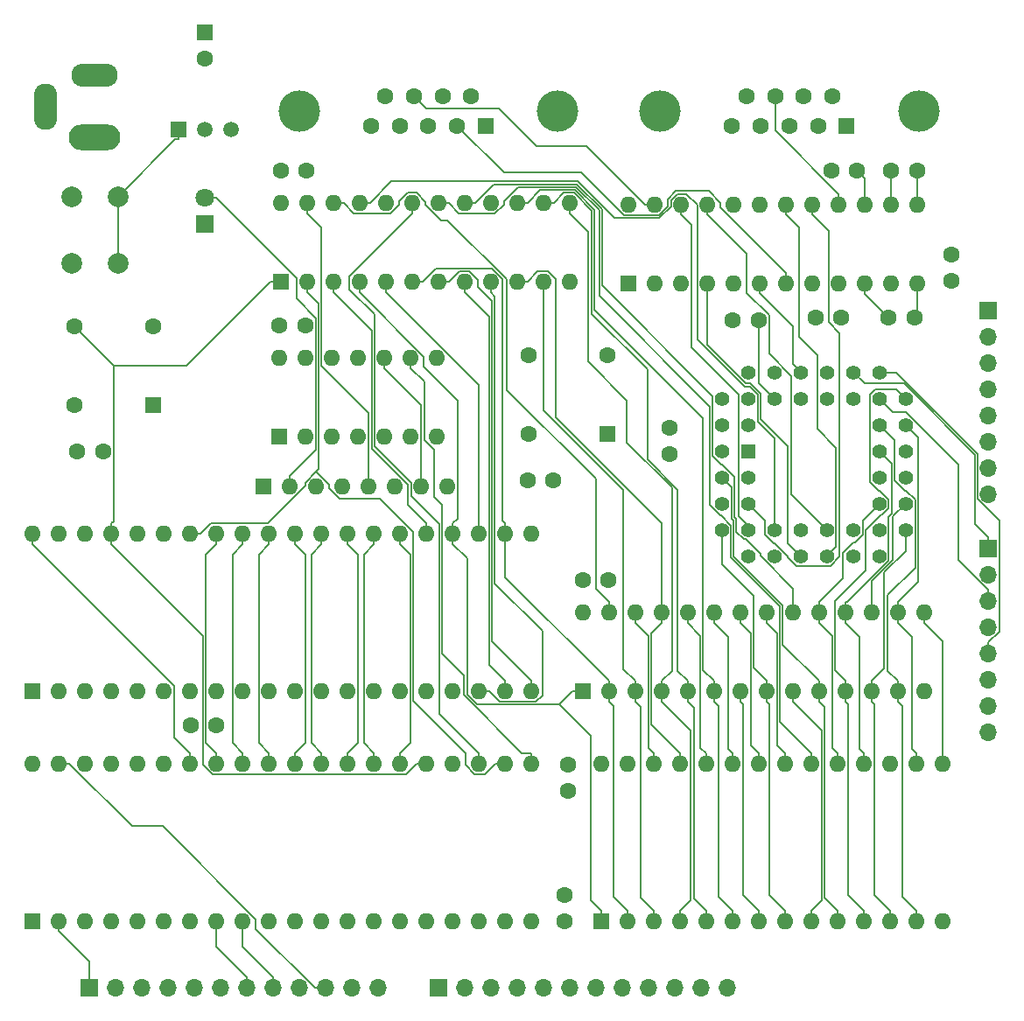
<source format=gbr>
%TF.GenerationSoftware,KiCad,Pcbnew,(5.1.6)-1*%
%TF.CreationDate,2020-10-12T18:58:51-06:00*%
%TF.ProjectId,SO6502,534f3635-3032-42e6-9b69-6361645f7063,1*%
%TF.SameCoordinates,Original*%
%TF.FileFunction,Copper,L4,Bot*%
%TF.FilePolarity,Positive*%
%FSLAX46Y46*%
G04 Gerber Fmt 4.6, Leading zero omitted, Abs format (unit mm)*
G04 Created by KiCad (PCBNEW (5.1.6)-1) date 2020-10-12 18:58:51*
%MOMM*%
%LPD*%
G01*
G04 APERTURE LIST*
%TA.AperFunction,ComponentPad*%
%ADD10C,4.000000*%
%TD*%
%TA.AperFunction,ComponentPad*%
%ADD11C,1.600000*%
%TD*%
%TA.AperFunction,ComponentPad*%
%ADD12R,1.600000X1.600000*%
%TD*%
%TA.AperFunction,ComponentPad*%
%ADD13O,1.600000X1.600000*%
%TD*%
%TA.AperFunction,ComponentPad*%
%ADD14C,1.422400*%
%TD*%
%TA.AperFunction,ComponentPad*%
%ADD15R,1.422400X1.422400*%
%TD*%
%TA.AperFunction,ComponentPad*%
%ADD16R,1.500000X1.500000*%
%TD*%
%TA.AperFunction,ComponentPad*%
%ADD17C,1.500000*%
%TD*%
%TA.AperFunction,ComponentPad*%
%ADD18C,2.000000*%
%TD*%
%TA.AperFunction,ComponentPad*%
%ADD19O,1.700000X1.700000*%
%TD*%
%TA.AperFunction,ComponentPad*%
%ADD20R,1.700000X1.700000*%
%TD*%
%TA.AperFunction,ComponentPad*%
%ADD21O,2.250000X4.500000*%
%TD*%
%TA.AperFunction,ComponentPad*%
%ADD22O,4.500000X2.250000*%
%TD*%
%TA.AperFunction,ComponentPad*%
%ADD23O,5.000000X2.500000*%
%TD*%
%TA.AperFunction,ComponentPad*%
%ADD24C,1.800000*%
%TD*%
%TA.AperFunction,ComponentPad*%
%ADD25R,1.800000X1.800000*%
%TD*%
%TA.AperFunction,Conductor*%
%ADD26C,0.127000*%
%TD*%
G04 APERTURE END LIST*
D10*
%TO.P,J3,0*%
%TO.N,N/C*%
X115691000Y-36807000D03*
X140691000Y-36807000D03*
D11*
%TO.P,J3,9*%
%TO.N,Net-(J3-Pad9)*%
X124036000Y-35387000D03*
%TO.P,J3,8*%
%TO.N,CTSb*%
X126806000Y-35387000D03*
%TO.P,J3,7*%
%TO.N,RTSb*%
X129576000Y-35387000D03*
%TO.P,J3,6*%
%TO.N,Net-(J3-Pad6)*%
X132346000Y-35387000D03*
%TO.P,J3,5*%
%TO.N,GND*%
X122651000Y-38227000D03*
%TO.P,J3,4*%
%TO.N,Net-(J3-Pad4)*%
X125421000Y-38227000D03*
%TO.P,J3,3*%
%TO.N,TxDb*%
X128191000Y-38227000D03*
%TO.P,J3,2*%
%TO.N,RxDb*%
X130961000Y-38227000D03*
D12*
%TO.P,J3,1*%
%TO.N,Net-(J3-Pad1)*%
X133731000Y-38227000D03*
%TD*%
D10*
%TO.P,J2,0*%
%TO.N,N/C*%
X80766000Y-36807000D03*
X105766000Y-36807000D03*
D11*
%TO.P,J2,9*%
%TO.N,Net-(J2-Pad9)*%
X89111000Y-35387000D03*
%TO.P,J2,8*%
%TO.N,CTSa*%
X91881000Y-35387000D03*
%TO.P,J2,7*%
%TO.N,RTSa*%
X94651000Y-35387000D03*
%TO.P,J2,6*%
%TO.N,Net-(J2-Pad6)*%
X97421000Y-35387000D03*
%TO.P,J2,5*%
%TO.N,GND*%
X87726000Y-38227000D03*
%TO.P,J2,4*%
%TO.N,Net-(J2-Pad4)*%
X90496000Y-38227000D03*
%TO.P,J2,3*%
%TO.N,TxDa*%
X93266000Y-38227000D03*
%TO.P,J2,2*%
%TO.N,RxDa*%
X96036000Y-38227000D03*
D12*
%TO.P,J2,1*%
%TO.N,Net-(J2-Pad1)*%
X98806000Y-38227000D03*
%TD*%
D11*
%TO.P,C16,2*%
%TO.N,GND*%
X122722000Y-57023000D03*
%TO.P,C16,1*%
%TO.N,RESET*%
X125222000Y-57023000D03*
%TD*%
%TO.P,X2,4*%
%TO.N,GND*%
X110617000Y-60452000D03*
%TO.P,X2,5*%
%TO.N,X1*%
X102997000Y-60452000D03*
%TO.P,X2,8*%
%TO.N,Vcc*%
X102997000Y-68072000D03*
D12*
%TO.P,X2,1*%
%TO.N,Net-(X2-Pad1)*%
X110617000Y-68072000D03*
%TD*%
D11*
%TO.P,X1,4*%
%TO.N,GND*%
X66675000Y-57658000D03*
%TO.P,X1,5*%
%TO.N,PHI2*%
X59055000Y-57658000D03*
%TO.P,X1,8*%
%TO.N,Vcc*%
X59055000Y-65278000D03*
D12*
%TO.P,X1,1*%
%TO.N,Net-(X1-Pad1)*%
X66675000Y-65278000D03*
%TD*%
D13*
%TO.P,U3,24*%
%TO.N,RTSa*%
X112649000Y-45847000D03*
%TO.P,U3,12*%
%TO.N,Net-(C15-Pad2)*%
X140589000Y-53467000D03*
%TO.P,U3,23*%
%TO.N,CTSa*%
X115189000Y-45847000D03*
%TO.P,U3,11*%
%TO.N,Net-(C14-Pad2)*%
X138049000Y-53467000D03*
%TO.P,U3,22*%
%TO.N,DCTSa*%
X117729000Y-45847000D03*
%TO.P,U3,10*%
%TO.N,Net-(C15-Pad1)*%
X135509000Y-53467000D03*
%TO.P,U3,21*%
%TO.N,DRTSb*%
X120269000Y-45847000D03*
%TO.P,U3,9*%
%TO.N,Vcc*%
X132969000Y-53467000D03*
%TO.P,U3,20*%
%TO.N,RTSb*%
X122809000Y-45847000D03*
%TO.P,U3,8*%
%TO.N,GND*%
X130429000Y-53467000D03*
%TO.P,U3,19*%
%TO.N,DRTSa*%
X125349000Y-45847000D03*
%TO.P,U3,7*%
%TO.N,RxDa*%
X127889000Y-53467000D03*
%TO.P,U3,18*%
%TO.N,DTxDb*%
X127889000Y-45847000D03*
%TO.P,U3,6*%
%TO.N,DRxDa*%
X125349000Y-53467000D03*
%TO.P,U3,17*%
%TO.N,DCTSb*%
X130429000Y-45847000D03*
%TO.P,U3,5*%
%TO.N,DTxDa*%
X122809000Y-53467000D03*
%TO.P,U3,16*%
%TO.N,CTSb*%
X132969000Y-45847000D03*
%TO.P,U3,4*%
%TO.N,DRxDb*%
X120269000Y-53467000D03*
%TO.P,U3,15*%
%TO.N,Net-(C12-Pad1)*%
X135509000Y-45847000D03*
%TO.P,U3,3*%
%TO.N,RxDb*%
X117729000Y-53467000D03*
%TO.P,U3,14*%
%TO.N,Net-(C13-Pad1)*%
X138049000Y-45847000D03*
%TO.P,U3,2*%
%TO.N,TxDa*%
X115189000Y-53467000D03*
%TO.P,U3,13*%
%TO.N,Net-(C13-Pad2)*%
X140589000Y-45847000D03*
D12*
%TO.P,U3,1*%
%TO.N,TxDb*%
X112649000Y-53467000D03*
%TD*%
D14*
%TO.P,U5,39*%
%TO.N,CS2892*%
X124206000Y-62103000D03*
%TO.P,U5,37*%
%TO.N,Net-(U5-Pad37)*%
X126746000Y-62103000D03*
%TO.P,U5,35*%
%TO.N,DRxDa*%
X129286000Y-62103000D03*
%TO.P,U5,33*%
%TO.N,DTxDa*%
X131826000Y-62103000D03*
%TO.P,U5,31*%
%TO.N,OP2*%
X134366000Y-62103000D03*
%TO.P,U5,40*%
%TO.N,IP2*%
X121666000Y-64643000D03*
%TO.P,U5,38*%
%TO.N,RESET*%
X126746000Y-64643000D03*
%TO.P,U5,36*%
%TO.N,X1*%
X129286000Y-64643000D03*
%TO.P,U5,34*%
%TO.N,Net-(U5-Pad34)*%
X131826000Y-64643000D03*
%TO.P,U5,32*%
%TO.N,DRTSa*%
X134366000Y-64643000D03*
%TO.P,U5,30*%
%TO.N,OP4*%
X136906000Y-64643000D03*
%TO.P,U5,28*%
%TO.N,D0*%
X139446000Y-64643000D03*
%TO.P,U5,26*%
%TO.N,D4*%
X139446000Y-67183000D03*
%TO.P,U5,24*%
%TO.N,IRQ2B*%
X139446000Y-69723000D03*
%TO.P,U5,22*%
%TO.N,GND*%
X139446000Y-72263000D03*
%TO.P,U5,20*%
%TO.N,D5*%
X139446000Y-74803000D03*
%TO.P,U5,18*%
%TO.N,D1*%
X139446000Y-77343000D03*
%TO.P,U5,29*%
%TO.N,OP6*%
X136906000Y-62103000D03*
%TO.P,U5,27*%
%TO.N,D2*%
X136906000Y-67183000D03*
%TO.P,U5,25*%
%TO.N,D6*%
X136906000Y-69723000D03*
%TO.P,U5,23*%
%TO.N,Net-(U5-Pad23)*%
X136906000Y-72263000D03*
%TO.P,U5,21*%
%TO.N,D7*%
X136906000Y-74803000D03*
%TO.P,U5,19*%
%TO.N,D3*%
X136906000Y-77343000D03*
%TO.P,U5,17*%
%TO.N,OP7*%
X136906000Y-79883000D03*
%TO.P,U5,15*%
%TO.N,OP3*%
X134366000Y-79883000D03*
%TO.P,U5,13*%
%TO.N,DTxDb*%
X131826000Y-79883000D03*
%TO.P,U5,11*%
%TO.N,DRxDb*%
X129286000Y-79883000D03*
%TO.P,U5,9*%
%TO.N,WR*%
X126746000Y-79883000D03*
%TO.P,U5,7*%
%TO.N,A3*%
X124206000Y-79883000D03*
%TO.P,U5,16*%
%TO.N,OP5*%
X134366000Y-77343000D03*
%TO.P,U5,14*%
%TO.N,DRTSb*%
X131826000Y-77343000D03*
%TO.P,U5,12*%
%TO.N,Vcc*%
X129286000Y-77343000D03*
%TO.P,U5,10*%
%TO.N,RD*%
X126746000Y-77343000D03*
%TO.P,U5,8*%
%TO.N,DCTSa*%
X124206000Y-77343000D03*
%TO.P,U5,42*%
%TO.N,IP5*%
X121666000Y-67183000D03*
%TO.P,U5,44*%
%TO.N,Vcc*%
X121666000Y-69723000D03*
%TO.P,U5,6*%
%TO.N,A2*%
X121666000Y-77343000D03*
%TO.P,U5,4*%
%TO.N,A1*%
X121666000Y-74803000D03*
%TO.P,U5,2*%
%TO.N,A0*%
X121666000Y-72263000D03*
%TO.P,U5,41*%
%TO.N,IP6*%
X124206000Y-64643000D03*
%TO.P,U5,43*%
%TO.N,IP4*%
X124206000Y-67183000D03*
%TO.P,U5,5*%
%TO.N,DCTSb*%
X124206000Y-74803000D03*
%TO.P,U5,3*%
%TO.N,IP3*%
X124206000Y-72263000D03*
D15*
%TO.P,U5,1*%
%TO.N,Net-(U5-Pad1)*%
X124206000Y-69723000D03*
%TD*%
D13*
%TO.P,U8,40*%
%TO.N,CA1*%
X54991000Y-99949000D03*
%TO.P,U8,20*%
%TO.N,Vcc*%
X103251000Y-115189000D03*
%TO.P,U8,39*%
%TO.N,CA2*%
X57531000Y-99949000D03*
%TO.P,U8,19*%
%TO.N,CB2*%
X100711000Y-115189000D03*
%TO.P,U8,38*%
%TO.N,A0*%
X60071000Y-99949000D03*
%TO.P,U8,18*%
%TO.N,CB1*%
X98171000Y-115189000D03*
%TO.P,U8,37*%
%TO.N,A1*%
X62611000Y-99949000D03*
%TO.P,U8,17*%
%TO.N,PB7*%
X95631000Y-115189000D03*
%TO.P,U8,36*%
%TO.N,A2*%
X65151000Y-99949000D03*
%TO.P,U8,16*%
%TO.N,PB6*%
X93091000Y-115189000D03*
%TO.P,U8,35*%
%TO.N,A3*%
X67691000Y-99949000D03*
%TO.P,U8,15*%
%TO.N,PB5*%
X90551000Y-115189000D03*
%TO.P,U8,34*%
%TO.N,RESB*%
X70231000Y-99949000D03*
%TO.P,U8,14*%
%TO.N,PB4*%
X88011000Y-115189000D03*
%TO.P,U8,33*%
%TO.N,D0*%
X72771000Y-99949000D03*
%TO.P,U8,13*%
%TO.N,PB3*%
X85471000Y-115189000D03*
%TO.P,U8,32*%
%TO.N,D1*%
X75311000Y-99949000D03*
%TO.P,U8,12*%
%TO.N,PB2*%
X82931000Y-115189000D03*
%TO.P,U8,31*%
%TO.N,D2*%
X77851000Y-99949000D03*
%TO.P,U8,11*%
%TO.N,PB1*%
X80391000Y-115189000D03*
%TO.P,U8,30*%
%TO.N,D3*%
X80391000Y-99949000D03*
%TO.P,U8,10*%
%TO.N,PB0*%
X77851000Y-115189000D03*
%TO.P,U8,29*%
%TO.N,D4*%
X82931000Y-99949000D03*
%TO.P,U8,9*%
%TO.N,PA7*%
X75311000Y-115189000D03*
%TO.P,U8,28*%
%TO.N,D5*%
X85471000Y-99949000D03*
%TO.P,U8,8*%
%TO.N,PA6*%
X72771000Y-115189000D03*
%TO.P,U8,27*%
%TO.N,D6*%
X88011000Y-99949000D03*
%TO.P,U8,7*%
%TO.N,PA5*%
X70231000Y-115189000D03*
%TO.P,U8,26*%
%TO.N,D7*%
X90551000Y-99949000D03*
%TO.P,U8,6*%
%TO.N,PA4*%
X67691000Y-115189000D03*
%TO.P,U8,25*%
%TO.N,PHI2*%
X93091000Y-99949000D03*
%TO.P,U8,5*%
%TO.N,PA3*%
X65151000Y-115189000D03*
%TO.P,U8,24*%
%TO.N,Vcc*%
X95631000Y-99949000D03*
%TO.P,U8,4*%
%TO.N,PA2*%
X62611000Y-115189000D03*
%TO.P,U8,23*%
%TO.N,CS6522*%
X98171000Y-99949000D03*
%TO.P,U8,3*%
%TO.N,PA1*%
X60071000Y-115189000D03*
%TO.P,U8,22*%
%TO.N,RWB*%
X100711000Y-99949000D03*
%TO.P,U8,2*%
%TO.N,PA0*%
X57531000Y-115189000D03*
%TO.P,U8,21*%
%TO.N,IRQ1B*%
X103251000Y-99949000D03*
D12*
%TO.P,U8,1*%
%TO.N,GND*%
X54991000Y-115189000D03*
%TD*%
%TO.P,U7,1*%
%TO.N,A14*%
X108204000Y-92964000D03*
D13*
%TO.P,U7,15*%
%TO.N,D3*%
X141224000Y-85344000D03*
%TO.P,U7,2*%
%TO.N,A12*%
X110744000Y-92964000D03*
%TO.P,U7,16*%
%TO.N,D4*%
X138684000Y-85344000D03*
%TO.P,U7,3*%
%TO.N,A7*%
X113284000Y-92964000D03*
%TO.P,U7,17*%
%TO.N,D5*%
X136144000Y-85344000D03*
%TO.P,U7,4*%
%TO.N,A6*%
X115824000Y-92964000D03*
%TO.P,U7,18*%
%TO.N,D6*%
X133604000Y-85344000D03*
%TO.P,U7,5*%
%TO.N,A5*%
X118364000Y-92964000D03*
%TO.P,U7,19*%
%TO.N,D7*%
X131064000Y-85344000D03*
%TO.P,U7,6*%
%TO.N,A4*%
X120904000Y-92964000D03*
%TO.P,U7,20*%
%TO.N,CSRAM*%
X128524000Y-85344000D03*
%TO.P,U7,7*%
%TO.N,A3*%
X123444000Y-92964000D03*
%TO.P,U7,21*%
%TO.N,A10*%
X125984000Y-85344000D03*
%TO.P,U7,8*%
%TO.N,A2*%
X125984000Y-92964000D03*
%TO.P,U7,22*%
%TO.N,RD*%
X123444000Y-85344000D03*
%TO.P,U7,9*%
%TO.N,A1*%
X128524000Y-92964000D03*
%TO.P,U7,23*%
%TO.N,A11*%
X120904000Y-85344000D03*
%TO.P,U7,10*%
%TO.N,A0*%
X131064000Y-92964000D03*
%TO.P,U7,24*%
%TO.N,A9*%
X118364000Y-85344000D03*
%TO.P,U7,11*%
%TO.N,D0*%
X133604000Y-92964000D03*
%TO.P,U7,25*%
%TO.N,A8*%
X115824000Y-85344000D03*
%TO.P,U7,12*%
%TO.N,D1*%
X136144000Y-92964000D03*
%TO.P,U7,26*%
%TO.N,A13*%
X113284000Y-85344000D03*
%TO.P,U7,13*%
%TO.N,D2*%
X138684000Y-92964000D03*
%TO.P,U7,27*%
%TO.N,WR*%
X110744000Y-85344000D03*
%TO.P,U7,14*%
%TO.N,GND*%
X141224000Y-92964000D03*
%TO.P,U7,28*%
%TO.N,Vcc*%
X108204000Y-85344000D03*
%TD*%
%TO.P,U9,28*%
%TO.N,Vcc*%
X109982000Y-99949000D03*
%TO.P,U9,14*%
%TO.N,GND*%
X143002000Y-115189000D03*
%TO.P,U9,27*%
%TO.N,Vcc*%
X112522000Y-99949000D03*
%TO.P,U9,13*%
%TO.N,D2*%
X140462000Y-115189000D03*
%TO.P,U9,26*%
%TO.N,A13*%
X115062000Y-99949000D03*
%TO.P,U9,12*%
%TO.N,D1*%
X137922000Y-115189000D03*
%TO.P,U9,25*%
%TO.N,A8*%
X117602000Y-99949000D03*
%TO.P,U9,11*%
%TO.N,D0*%
X135382000Y-115189000D03*
%TO.P,U9,24*%
%TO.N,A9*%
X120142000Y-99949000D03*
%TO.P,U9,10*%
%TO.N,A0*%
X132842000Y-115189000D03*
%TO.P,U9,23*%
%TO.N,A11*%
X122682000Y-99949000D03*
%TO.P,U9,9*%
%TO.N,A1*%
X130302000Y-115189000D03*
%TO.P,U9,22*%
%TO.N,RD*%
X125222000Y-99949000D03*
%TO.P,U9,8*%
%TO.N,A2*%
X127762000Y-115189000D03*
%TO.P,U9,21*%
%TO.N,A10*%
X127762000Y-99949000D03*
%TO.P,U9,7*%
%TO.N,A3*%
X125222000Y-115189000D03*
%TO.P,U9,20*%
%TO.N,CSROM*%
X130302000Y-99949000D03*
%TO.P,U9,6*%
%TO.N,A4*%
X122682000Y-115189000D03*
%TO.P,U9,19*%
%TO.N,D7*%
X132842000Y-99949000D03*
%TO.P,U9,5*%
%TO.N,A5*%
X120142000Y-115189000D03*
%TO.P,U9,18*%
%TO.N,D6*%
X135382000Y-99949000D03*
%TO.P,U9,4*%
%TO.N,A6*%
X117602000Y-115189000D03*
%TO.P,U9,17*%
%TO.N,D5*%
X137922000Y-99949000D03*
%TO.P,U9,3*%
%TO.N,A7*%
X115062000Y-115189000D03*
%TO.P,U9,16*%
%TO.N,D4*%
X140462000Y-99949000D03*
%TO.P,U9,2*%
%TO.N,A12*%
X112522000Y-115189000D03*
%TO.P,U9,15*%
%TO.N,D3*%
X143002000Y-99949000D03*
D12*
%TO.P,U9,1*%
%TO.N,A14*%
X109982000Y-115189000D03*
%TD*%
D13*
%TO.P,U4,14*%
%TO.N,Vcc*%
X78867000Y-60706000D03*
%TO.P,U4,7*%
%TO.N,GND*%
X94107000Y-68326000D03*
%TO.P,U4,13*%
%TO.N,Net-(U4-Pad12)*%
X81407000Y-60706000D03*
%TO.P,U4,6*%
%TO.N,RESB*%
X91567000Y-68326000D03*
%TO.P,U4,12*%
%TO.N,Net-(U4-Pad12)*%
X83947000Y-60706000D03*
%TO.P,U4,5*%
%TO.N,RESET*%
X89027000Y-68326000D03*
%TO.P,U4,11*%
%TO.N,IRQB*%
X86487000Y-60706000D03*
%TO.P,U4,4*%
%TO.N,RESET*%
X86487000Y-68326000D03*
%TO.P,U4,10*%
%TO.N,IRQ2B*%
X89027000Y-60706000D03*
%TO.P,U4,3*%
%TO.N,RESET*%
X83947000Y-68326000D03*
%TO.P,U4,9*%
%TO.N,IRQ1B*%
X91567000Y-60706000D03*
%TO.P,U4,2*%
%TO.N,Net-(SW1-Pad1)*%
X81407000Y-68326000D03*
%TO.P,U4,8*%
%TO.N,Net-(U4-Pad12)*%
X94107000Y-60706000D03*
D12*
%TO.P,U4,1*%
%TO.N,Net-(SW1-Pad1)*%
X78867000Y-68326000D03*
%TD*%
D13*
%TO.P,U2,24*%
%TO.N,Vcc*%
X78994000Y-45720000D03*
%TO.P,U2,12*%
%TO.N,GND*%
X106934000Y-53340000D03*
%TO.P,U2,23*%
%TO.N,RDY*%
X81534000Y-45720000D03*
%TO.P,U2,11*%
%TO.N,A7*%
X104394000Y-53340000D03*
%TO.P,U2,22*%
%TO.N,WR*%
X84074000Y-45720000D03*
%TO.P,U2,10*%
%TO.N,A8*%
X101854000Y-53340000D03*
%TO.P,U2,21*%
%TO.N,RD*%
X86614000Y-45720000D03*
%TO.P,U2,9*%
%TO.N,A9*%
X99314000Y-53340000D03*
%TO.P,U2,20*%
%TO.N,Net-(U2-Pad20)*%
X89154000Y-45720000D03*
%TO.P,U2,8*%
%TO.N,A10*%
X96774000Y-53340000D03*
%TO.P,U2,19*%
%TO.N,CS6522*%
X91694000Y-45720000D03*
%TO.P,U2,7*%
%TO.N,A11*%
X94234000Y-53340000D03*
%TO.P,U2,18*%
%TO.N,CSROM*%
X94234000Y-45720000D03*
%TO.P,U2,6*%
%TO.N,A12*%
X91694000Y-53340000D03*
%TO.P,U2,17*%
%TO.N,CSRAM*%
X96774000Y-45720000D03*
%TO.P,U2,5*%
%TO.N,A13*%
X89154000Y-53340000D03*
%TO.P,U2,16*%
%TO.N,CS2892*%
X99314000Y-45720000D03*
%TO.P,U2,4*%
%TO.N,A14*%
X86614000Y-53340000D03*
%TO.P,U2,15*%
%TO.N,A4*%
X101854000Y-45720000D03*
%TO.P,U2,3*%
%TO.N,A15*%
X84074000Y-53340000D03*
%TO.P,U2,14*%
%TO.N,A5*%
X104394000Y-45720000D03*
%TO.P,U2,2*%
%TO.N,RWB*%
X81534000Y-53340000D03*
%TO.P,U2,13*%
%TO.N,A6*%
X106934000Y-45720000D03*
D12*
%TO.P,U2,1*%
%TO.N,PHI2*%
X78994000Y-53340000D03*
%TD*%
D16*
%TO.P,U1,1*%
%TO.N,Net-(SW1-Pad1)*%
X69088000Y-38608000D03*
D17*
%TO.P,U1,3*%
%TO.N,GND*%
X74168000Y-38608000D03*
%TO.P,U1,2*%
%TO.N,Vcc*%
X71628000Y-38608000D03*
%TD*%
D12*
%TO.P,U6,1*%
%TO.N,Net-(U6-Pad1)*%
X54991000Y-92964000D03*
D13*
%TO.P,U6,21*%
%TO.N,GND*%
X103251000Y-77724000D03*
%TO.P,U6,2*%
%TO.N,RDY*%
X57531000Y-92964000D03*
%TO.P,U6,22*%
%TO.N,A12*%
X100711000Y-77724000D03*
%TO.P,U6,3*%
%TO.N,Net-(U6-Pad3)*%
X60071000Y-92964000D03*
%TO.P,U6,23*%
%TO.N,A13*%
X98171000Y-77724000D03*
%TO.P,U6,4*%
%TO.N,IRQB*%
X62611000Y-92964000D03*
%TO.P,U6,24*%
%TO.N,A14*%
X95631000Y-77724000D03*
%TO.P,U6,5*%
%TO.N,Net-(U6-Pad5)*%
X65151000Y-92964000D03*
%TO.P,U6,25*%
%TO.N,A15*%
X93091000Y-77724000D03*
%TO.P,U6,6*%
%TO.N,NMIB*%
X67691000Y-92964000D03*
%TO.P,U6,26*%
%TO.N,D7*%
X90551000Y-77724000D03*
%TO.P,U6,7*%
%TO.N,Net-(U6-Pad7)*%
X70231000Y-92964000D03*
%TO.P,U6,27*%
%TO.N,D6*%
X88011000Y-77724000D03*
%TO.P,U6,8*%
%TO.N,Vcc*%
X72771000Y-92964000D03*
%TO.P,U6,28*%
%TO.N,D5*%
X85471000Y-77724000D03*
%TO.P,U6,9*%
%TO.N,A0*%
X75311000Y-92964000D03*
%TO.P,U6,29*%
%TO.N,D4*%
X82931000Y-77724000D03*
%TO.P,U6,10*%
%TO.N,A1*%
X77851000Y-92964000D03*
%TO.P,U6,30*%
%TO.N,D3*%
X80391000Y-77724000D03*
%TO.P,U6,11*%
%TO.N,A2*%
X80391000Y-92964000D03*
%TO.P,U6,31*%
%TO.N,D2*%
X77851000Y-77724000D03*
%TO.P,U6,12*%
%TO.N,A3*%
X82931000Y-92964000D03*
%TO.P,U6,32*%
%TO.N,D1*%
X75311000Y-77724000D03*
%TO.P,U6,13*%
%TO.N,A4*%
X85471000Y-92964000D03*
%TO.P,U6,33*%
%TO.N,D0*%
X72771000Y-77724000D03*
%TO.P,U6,14*%
%TO.N,A5*%
X88011000Y-92964000D03*
%TO.P,U6,34*%
%TO.N,RWB*%
X70231000Y-77724000D03*
%TO.P,U6,15*%
%TO.N,A6*%
X90551000Y-92964000D03*
%TO.P,U6,35*%
%TO.N,Net-(U6-Pad35)*%
X67691000Y-77724000D03*
%TO.P,U6,16*%
%TO.N,A7*%
X93091000Y-92964000D03*
%TO.P,U6,36*%
%TO.N,BE*%
X65151000Y-77724000D03*
%TO.P,U6,17*%
%TO.N,A8*%
X95631000Y-92964000D03*
%TO.P,U6,37*%
%TO.N,PHI2*%
X62611000Y-77724000D03*
%TO.P,U6,18*%
%TO.N,A9*%
X98171000Y-92964000D03*
%TO.P,U6,38*%
%TO.N,SOB*%
X60071000Y-77724000D03*
%TO.P,U6,19*%
%TO.N,A10*%
X100711000Y-92964000D03*
%TO.P,U6,39*%
%TO.N,Net-(U6-Pad39)*%
X57531000Y-77724000D03*
%TO.P,U6,20*%
%TO.N,A11*%
X103251000Y-92964000D03*
%TO.P,U6,40*%
%TO.N,RESB*%
X54991000Y-77724000D03*
%TD*%
D18*
%TO.P,SW1,1*%
%TO.N,Net-(SW1-Pad1)*%
X63246000Y-51585000D03*
%TO.P,SW1,2*%
%TO.N,GND*%
X58746000Y-51585000D03*
%TO.P,SW1,1*%
%TO.N,Net-(SW1-Pad1)*%
X63246000Y-45085000D03*
%TO.P,SW1,2*%
%TO.N,GND*%
X58746000Y-45085000D03*
%TD*%
D13*
%TO.P,RN1,8*%
%TO.N,Net-(RN1-Pad8)*%
X95123000Y-73152000D03*
%TO.P,RN1,7*%
%TO.N,IRQ2B*%
X92583000Y-73152000D03*
%TO.P,RN1,6*%
%TO.N,NMIB*%
X90043000Y-73152000D03*
%TO.P,RN1,5*%
%TO.N,RDY*%
X87503000Y-73152000D03*
%TO.P,RN1,4*%
%TO.N,BE*%
X84963000Y-73152000D03*
%TO.P,RN1,3*%
%TO.N,SOB*%
X82423000Y-73152000D03*
%TO.P,RN1,2*%
%TO.N,Net-(D1-Pad2)*%
X79883000Y-73152000D03*
D12*
%TO.P,RN1,1*%
%TO.N,Vcc*%
X77343000Y-73152000D03*
%TD*%
D19*
%TO.P,J5,8*%
%TO.N,GND*%
X147447000Y-96901000D03*
%TO.P,J5,7*%
%TO.N,Vcc*%
X147447000Y-94361000D03*
%TO.P,J5,6*%
%TO.N,OP7*%
X147447000Y-91821000D03*
%TO.P,J5,5*%
%TO.N,OP6*%
X147447000Y-89281000D03*
%TO.P,J5,4*%
%TO.N,OP5*%
X147447000Y-86741000D03*
%TO.P,J5,3*%
%TO.N,OP4*%
X147447000Y-84201000D03*
%TO.P,J5,2*%
%TO.N,OP3*%
X147447000Y-81661000D03*
D20*
%TO.P,J5,1*%
%TO.N,OP2*%
X147447000Y-79121000D03*
%TD*%
D19*
%TO.P,J4,8*%
%TO.N,GND*%
X147447000Y-73914000D03*
%TO.P,J4,7*%
%TO.N,Vcc*%
X147447000Y-71374000D03*
%TO.P,J4,6*%
%TO.N,Net-(J4-Pad6)*%
X147447000Y-68834000D03*
%TO.P,J4,5*%
%TO.N,IP6*%
X147447000Y-66294000D03*
%TO.P,J4,4*%
%TO.N,IP5*%
X147447000Y-63754000D03*
%TO.P,J4,3*%
%TO.N,IP4*%
X147447000Y-61214000D03*
%TO.P,J4,2*%
%TO.N,IP3*%
X147447000Y-58674000D03*
D20*
%TO.P,J4,1*%
%TO.N,IP2*%
X147447000Y-56134000D03*
%TD*%
D19*
%TO.P,J7,12*%
%TO.N,GND*%
X122174000Y-121666000D03*
%TO.P,J7,11*%
%TO.N,Vcc*%
X119634000Y-121666000D03*
%TO.P,J7,10*%
%TO.N,CB2*%
X117094000Y-121666000D03*
%TO.P,J7,9*%
%TO.N,CB1*%
X114554000Y-121666000D03*
%TO.P,J7,8*%
%TO.N,PB7*%
X112014000Y-121666000D03*
%TO.P,J7,7*%
%TO.N,PB6*%
X109474000Y-121666000D03*
%TO.P,J7,6*%
%TO.N,PB5*%
X106934000Y-121666000D03*
%TO.P,J7,5*%
%TO.N,PB4*%
X104394000Y-121666000D03*
%TO.P,J7,4*%
%TO.N,PB3*%
X101854000Y-121666000D03*
%TO.P,J7,3*%
%TO.N,PB2*%
X99314000Y-121666000D03*
%TO.P,J7,2*%
%TO.N,PB1*%
X96774000Y-121666000D03*
D20*
%TO.P,J7,1*%
%TO.N,PB0*%
X94234000Y-121666000D03*
%TD*%
D19*
%TO.P,J6,12*%
%TO.N,GND*%
X88392000Y-121666000D03*
%TO.P,J6,11*%
%TO.N,Vcc*%
X85852000Y-121666000D03*
%TO.P,J6,10*%
%TO.N,CA2*%
X83312000Y-121666000D03*
%TO.P,J6,9*%
%TO.N,CA1*%
X80772000Y-121666000D03*
%TO.P,J6,8*%
%TO.N,PA7*%
X78232000Y-121666000D03*
%TO.P,J6,7*%
%TO.N,PA6*%
X75692000Y-121666000D03*
%TO.P,J6,6*%
%TO.N,PA5*%
X73152000Y-121666000D03*
%TO.P,J6,5*%
%TO.N,PA4*%
X70612000Y-121666000D03*
%TO.P,J6,4*%
%TO.N,PA3*%
X68072000Y-121666000D03*
%TO.P,J6,3*%
%TO.N,PA2*%
X65532000Y-121666000D03*
%TO.P,J6,2*%
%TO.N,PA1*%
X62992000Y-121666000D03*
D20*
%TO.P,J6,1*%
%TO.N,PA0*%
X60452000Y-121666000D03*
%TD*%
D21*
%TO.P,J1,3*%
%TO.N,GND*%
X56260000Y-36370000D03*
D22*
%TO.P,J1,2*%
X60960000Y-33370000D03*
D23*
%TO.P,J1,1*%
%TO.N,Vcc*%
X60960000Y-39370000D03*
%TD*%
D24*
%TO.P,D1,2*%
%TO.N,Net-(D1-Pad2)*%
X71628000Y-45212000D03*
D25*
%TO.P,D1,1*%
%TO.N,GND*%
X71628000Y-47752000D03*
%TD*%
D11*
%TO.P,C12,2*%
%TO.N,GND*%
X132247000Y-42545000D03*
%TO.P,C12,1*%
%TO.N,Net-(C12-Pad1)*%
X134747000Y-42545000D03*
%TD*%
%TO.P,C13,2*%
%TO.N,Net-(C13-Pad2)*%
X140549000Y-42545000D03*
%TO.P,C13,1*%
%TO.N,Net-(C13-Pad1)*%
X138049000Y-42545000D03*
%TD*%
%TO.P,C15,2*%
%TO.N,Net-(C15-Pad2)*%
X140295000Y-56769000D03*
%TO.P,C15,1*%
%TO.N,Net-(C15-Pad1)*%
X137795000Y-56769000D03*
%TD*%
%TO.P,C14,2*%
%TO.N,Net-(C14-Pad2)*%
X143891000Y-50713000D03*
%TO.P,C14,1*%
%TO.N,Vcc*%
X143891000Y-53213000D03*
%TD*%
%TO.P,C4,2*%
%TO.N,GND*%
X130723000Y-56769000D03*
%TO.P,C4,1*%
%TO.N,Vcc*%
X133223000Y-56769000D03*
%TD*%
%TO.P,C8,1*%
%TO.N,Vcc*%
X108204000Y-82169000D03*
%TO.P,C8,2*%
%TO.N,GND*%
X110704000Y-82169000D03*
%TD*%
%TO.P,C10,2*%
%TO.N,GND*%
X106807000Y-102576000D03*
%TO.P,C10,1*%
%TO.N,Vcc*%
X106807000Y-100076000D03*
%TD*%
%TO.P,C7,2*%
%TO.N,GND*%
X116586000Y-67477000D03*
%TO.P,C7,1*%
%TO.N,Vcc*%
X116586000Y-69977000D03*
%TD*%
%TO.P,C6,2*%
%TO.N,GND*%
X105370000Y-72517000D03*
%TO.P,C6,1*%
%TO.N,Vcc*%
X102870000Y-72517000D03*
%TD*%
%TO.P,C3,2*%
%TO.N,GND*%
X81367000Y-57531000D03*
%TO.P,C3,1*%
%TO.N,Vcc*%
X78867000Y-57531000D03*
%TD*%
%TO.P,C2,2*%
%TO.N,GND*%
X81494000Y-42545000D03*
%TO.P,C2,1*%
%TO.N,Vcc*%
X78994000Y-42545000D03*
%TD*%
%TO.P,C5,2*%
%TO.N,GND*%
X61809000Y-69723000D03*
%TO.P,C5,1*%
%TO.N,Vcc*%
X59309000Y-69723000D03*
%TD*%
%TO.P,C11,2*%
%TO.N,GND*%
X106426000Y-112689000D03*
%TO.P,C11,1*%
%TO.N,Vcc*%
X106426000Y-115189000D03*
%TD*%
%TO.P,C9,1*%
%TO.N,Vcc*%
X72771000Y-96266000D03*
%TO.P,C9,2*%
%TO.N,GND*%
X70271000Y-96266000D03*
%TD*%
%TO.P,C1,2*%
%TO.N,GND*%
X71628000Y-31710000D03*
D12*
%TO.P,C1,1*%
%TO.N,Vcc*%
X71628000Y-29210000D03*
%TD*%
D26*
%TO.N,Net-(D1-Pad2)*%
X79883000Y-73152000D02*
X79883000Y-72161200D01*
X71628000Y-45212000D02*
X72738300Y-45212000D01*
X72738300Y-45212000D02*
X80517000Y-52990700D01*
X80517000Y-52990700D02*
X80517000Y-54953800D01*
X80517000Y-54953800D02*
X82426600Y-56863400D01*
X82426600Y-56863400D02*
X82426600Y-69617600D01*
X82426600Y-69617600D02*
X79883000Y-72161200D01*
%TO.N,RESET*%
X126746000Y-64643000D02*
X125222000Y-63119000D01*
X125222000Y-63119000D02*
X125222000Y-57023000D01*
%TO.N,CA2*%
X57531000Y-99949000D02*
X58521800Y-99949000D01*
X83312000Y-121666000D02*
X82271200Y-121666000D01*
X82271200Y-121666000D02*
X76581000Y-115975800D01*
X76581000Y-115975800D02*
X76581000Y-115049700D01*
X76581000Y-115049700D02*
X67551200Y-106019900D01*
X67551200Y-106019900D02*
X64592700Y-106019900D01*
X64592700Y-106019900D02*
X58521800Y-99949000D01*
%TO.N,PA7*%
X78232000Y-121666000D02*
X78232000Y-120625200D01*
X78232000Y-120625200D02*
X75311000Y-117704200D01*
X75311000Y-117704200D02*
X75311000Y-115189000D01*
%TO.N,PA6*%
X75692000Y-121666000D02*
X75692000Y-120625200D01*
X75692000Y-120625200D02*
X72771000Y-117704200D01*
X72771000Y-117704200D02*
X72771000Y-115189000D01*
%TO.N,PA0*%
X57531000Y-115189000D02*
X57531000Y-116179800D01*
X60452000Y-121666000D02*
X60452000Y-119100800D01*
X60452000Y-119100800D02*
X57531000Y-116179800D01*
%TO.N,CTSa*%
X115189000Y-45847000D02*
X114198200Y-45847000D01*
X114198200Y-45847000D02*
X108570500Y-40219300D01*
X108570500Y-40219300D02*
X103724700Y-40219300D01*
X103724700Y-40219300D02*
X100079900Y-36574500D01*
X100079900Y-36574500D02*
X93068500Y-36574500D01*
X93068500Y-36574500D02*
X91881000Y-35387000D01*
%TO.N,RxDa*%
X127889000Y-53467000D02*
X127889000Y-52476200D01*
X127889000Y-52476200D02*
X121539000Y-46126200D01*
X121539000Y-46126200D02*
X121539000Y-45703400D01*
X121539000Y-45703400D02*
X120390800Y-44555200D01*
X120390800Y-44555200D02*
X117225400Y-44555200D01*
X117225400Y-44555200D02*
X116421800Y-45358800D01*
X116421800Y-45358800D02*
X116421800Y-46025600D01*
X116421800Y-46025600D02*
X115574700Y-46872700D01*
X115574700Y-46872700D02*
X112176600Y-46872700D01*
X112176600Y-46872700D02*
X108063300Y-42759400D01*
X108063300Y-42759400D02*
X100568400Y-42759400D01*
X100568400Y-42759400D02*
X96036000Y-38227000D01*
%TO.N,CTSb*%
X132969000Y-45847000D02*
X132969000Y-44856200D01*
X132969000Y-44856200D02*
X126806000Y-38693200D01*
X126806000Y-38693200D02*
X126806000Y-35387000D01*
%TO.N,IRQ2B*%
X89027000Y-60706000D02*
X89027000Y-61696800D01*
X92583000Y-73152000D02*
X92583000Y-65252800D01*
X92583000Y-65252800D02*
X89027000Y-61696800D01*
%TO.N,RDY*%
X87503000Y-72161200D02*
X87503000Y-66021500D01*
X87503000Y-66021500D02*
X82935300Y-61453800D01*
X82935300Y-61453800D02*
X82935300Y-48112100D01*
X82935300Y-48112100D02*
X81534000Y-46710800D01*
X81534000Y-45720000D02*
X81534000Y-46710800D01*
X87503000Y-73152000D02*
X87503000Y-72161200D01*
%TO.N,Net-(SW1-Pad1)*%
X69088000Y-38608000D02*
X69088000Y-39548800D01*
X63246000Y-45085000D02*
X68782200Y-39548800D01*
X68782200Y-39548800D02*
X69088000Y-39548800D01*
X63246000Y-45085000D02*
X63246000Y-51585000D01*
%TO.N,RESB*%
X70231000Y-99949000D02*
X70231000Y-98958200D01*
X54991000Y-77724000D02*
X54991000Y-78714800D01*
X54991000Y-78714800D02*
X68681900Y-92405700D01*
X68681900Y-92405700D02*
X68681900Y-97409100D01*
X68681900Y-97409100D02*
X70231000Y-98958200D01*
%TO.N,A11*%
X95224800Y-53340000D02*
X96240800Y-52324000D01*
X96240800Y-52324000D02*
X97212400Y-52324000D01*
X97212400Y-52324000D02*
X98044000Y-53155600D01*
X98044000Y-53155600D02*
X98044000Y-53797200D01*
X98044000Y-53797200D02*
X99416400Y-55169600D01*
X99416400Y-55169600D02*
X99416400Y-88138600D01*
X99416400Y-88138600D02*
X103251000Y-91973200D01*
X94234000Y-53340000D02*
X95224800Y-53340000D01*
X103251000Y-92964000D02*
X103251000Y-91973200D01*
X120904000Y-85344000D02*
X120904000Y-86334800D01*
X122682000Y-99949000D02*
X122682000Y-98958200D01*
X122682000Y-98958200D02*
X122271300Y-98547500D01*
X122271300Y-98547500D02*
X122271300Y-87702100D01*
X122271300Y-87702100D02*
X120904000Y-86334800D01*
%TO.N,A10*%
X96774000Y-54330800D02*
X99162100Y-56718900D01*
X99162100Y-56718900D02*
X99162100Y-90424300D01*
X99162100Y-90424300D02*
X100711000Y-91973200D01*
X100711000Y-92964000D02*
X100711000Y-91973200D01*
X96774000Y-53340000D02*
X96774000Y-54330800D01*
X125984000Y-85344000D02*
X125984000Y-86334800D01*
X127762000Y-99949000D02*
X127762000Y-98958200D01*
X127762000Y-98958200D02*
X127024500Y-98220700D01*
X127024500Y-98220700D02*
X127024500Y-87375300D01*
X127024500Y-87375300D02*
X125984000Y-86334800D01*
%TO.N,A9*%
X99314000Y-53340000D02*
X99314000Y-54330800D01*
X98171000Y-92964000D02*
X99161800Y-92964000D01*
X99161800Y-92964000D02*
X100189400Y-93991600D01*
X100189400Y-93991600D02*
X103689200Y-93991600D01*
X103689200Y-93991600D02*
X104292100Y-93388700D01*
X104292100Y-93388700D02*
X104292100Y-87102100D01*
X104292100Y-87102100D02*
X99707900Y-82517900D01*
X99707900Y-82517900D02*
X99707900Y-54724700D01*
X99707900Y-54724700D02*
X99314000Y-54330800D01*
X118364000Y-85344000D02*
X118364000Y-86334800D01*
X120142000Y-99949000D02*
X120142000Y-98958200D01*
X120142000Y-98958200D02*
X119604000Y-98420200D01*
X119604000Y-98420200D02*
X119604000Y-87574800D01*
X119604000Y-87574800D02*
X118364000Y-86334800D01*
%TO.N,PHI2*%
X93091000Y-99949000D02*
X92100200Y-99949000D01*
X62611000Y-77724000D02*
X62611000Y-78714800D01*
X62611000Y-78714800D02*
X71501000Y-87604800D01*
X71501000Y-87604800D02*
X71501000Y-100089100D01*
X71501000Y-100089100D02*
X72369800Y-100957900D01*
X72369800Y-100957900D02*
X91091300Y-100957900D01*
X91091300Y-100957900D02*
X92100200Y-99949000D01*
X62611000Y-77292200D02*
X62611000Y-77724000D01*
X62611000Y-77292200D02*
X62611000Y-76733200D01*
X62847700Y-61450700D02*
X59055000Y-57658000D01*
X78003200Y-53340000D02*
X69892500Y-61450700D01*
X69892500Y-61450700D02*
X62847700Y-61450700D01*
X62611000Y-76733200D02*
X62847700Y-76496500D01*
X62847700Y-76496500D02*
X62847700Y-61450700D01*
X78994000Y-53340000D02*
X78003200Y-53340000D01*
%TO.N,A8*%
X102844800Y-53340000D02*
X103837100Y-52347700D01*
X103837100Y-52347700D02*
X104861600Y-52347700D01*
X104861600Y-52347700D02*
X105595900Y-53082000D01*
X105595900Y-53082000D02*
X105595900Y-66429200D01*
X105595900Y-66429200D02*
X115824000Y-76657300D01*
X115824000Y-76657300D02*
X115824000Y-84353200D01*
X115824000Y-85344000D02*
X115824000Y-86334800D01*
X117602000Y-99949000D02*
X117602000Y-98958200D01*
X117602000Y-98958200D02*
X114800400Y-96156600D01*
X114800400Y-96156600D02*
X114800400Y-87358400D01*
X114800400Y-87358400D02*
X115824000Y-86334800D01*
X101854000Y-53340000D02*
X102844800Y-53340000D01*
X115824000Y-85344000D02*
X115824000Y-84353200D01*
%TO.N,A7*%
X115062000Y-114198200D02*
X113800900Y-112937100D01*
X113800900Y-112937100D02*
X113800900Y-94471700D01*
X113800900Y-94471700D02*
X113284000Y-93954800D01*
X113284000Y-91973200D02*
X112119300Y-90808500D01*
X112119300Y-90808500D02*
X112119300Y-73516900D01*
X112119300Y-73516900D02*
X104394000Y-65791600D01*
X104394000Y-65791600D02*
X104394000Y-53340000D01*
X113284000Y-92964000D02*
X113284000Y-91973200D01*
X113284000Y-92964000D02*
X113284000Y-93954800D01*
X115062000Y-115189000D02*
X115062000Y-114198200D01*
%TO.N,A6*%
X117602000Y-115189000D02*
X117602000Y-114198200D01*
X115824000Y-92964000D02*
X115824000Y-93954800D01*
X115824000Y-93954800D02*
X118599900Y-96730700D01*
X118599900Y-96730700D02*
X118599900Y-113200300D01*
X118599900Y-113200300D02*
X117602000Y-114198200D01*
X115824000Y-92468600D02*
X115824000Y-92964000D01*
X115824000Y-92468600D02*
X115824000Y-91973200D01*
X106934000Y-45720000D02*
X106934000Y-46710800D01*
X115824000Y-91973200D02*
X116814900Y-90982300D01*
X116814900Y-90982300D02*
X116814900Y-73255200D01*
X116814900Y-73255200D02*
X112475000Y-68915300D01*
X112475000Y-68915300D02*
X112475000Y-64809800D01*
X112475000Y-64809800D02*
X108725000Y-61059800D01*
X108725000Y-61059800D02*
X108725000Y-48501800D01*
X108725000Y-48501800D02*
X106934000Y-46710800D01*
%TO.N,RWB*%
X82426700Y-71730400D02*
X82681000Y-71476100D01*
X82681000Y-71476100D02*
X82681000Y-55477800D01*
X82681000Y-55477800D02*
X81534000Y-54330800D01*
X99720200Y-99949000D02*
X98712600Y-100956600D01*
X98712600Y-100956600D02*
X97753600Y-100956600D01*
X97753600Y-100956600D02*
X96901000Y-100104000D01*
X96901000Y-100104000D02*
X96901000Y-98958100D01*
X96901000Y-98958100D02*
X91821000Y-93878100D01*
X91821000Y-93878100D02*
X91821000Y-77523300D01*
X91821000Y-77523300D02*
X88582100Y-74284400D01*
X88582100Y-74284400D02*
X84679800Y-74284400D01*
X84679800Y-74284400D02*
X83693000Y-73297600D01*
X83693000Y-73297600D02*
X83693000Y-72996700D01*
X83693000Y-72996700D02*
X82426700Y-71730400D01*
X71221800Y-77724000D02*
X72212600Y-76733200D01*
X72212600Y-76733200D02*
X77734700Y-76733200D01*
X77734700Y-76733200D02*
X81382200Y-73085700D01*
X81382200Y-73085700D02*
X81382200Y-72774900D01*
X81382200Y-72774900D02*
X82426700Y-71730400D01*
X70231000Y-77724000D02*
X71221800Y-77724000D01*
X100711000Y-99949000D02*
X99720200Y-99949000D01*
X81534000Y-53340000D02*
X81534000Y-54330800D01*
%TO.N,A5*%
X104394000Y-45720000D02*
X105384800Y-45720000D01*
X118364000Y-92964000D02*
X118364000Y-91973200D01*
X118364000Y-91973200D02*
X117373200Y-90982400D01*
X117373200Y-90982400D02*
X117373200Y-73453800D01*
X117373200Y-73453800D02*
X114463600Y-70544200D01*
X114463600Y-70544200D02*
X114463600Y-61823200D01*
X114463600Y-61823200D02*
X109101300Y-56460900D01*
X109101300Y-56460900D02*
X109101300Y-46472300D01*
X109101300Y-46472300D02*
X107344100Y-44715100D01*
X107344100Y-44715100D02*
X106389700Y-44715100D01*
X106389700Y-44715100D02*
X105384800Y-45720000D01*
X118364000Y-93211700D02*
X118364000Y-92964000D01*
X118364000Y-93211700D02*
X118364000Y-93954800D01*
X120142000Y-115189000D02*
X120142000Y-114198200D01*
X118364000Y-93954800D02*
X118936500Y-94527300D01*
X118936500Y-94527300D02*
X118936500Y-112992700D01*
X118936500Y-112992700D02*
X120142000Y-114198200D01*
%TO.N,D0*%
X72771000Y-99949000D02*
X72771000Y-98958200D01*
X72771000Y-77724000D02*
X72771000Y-78714800D01*
X72771000Y-78714800D02*
X71755400Y-79730400D01*
X71755400Y-79730400D02*
X71755400Y-97942600D01*
X71755400Y-97942600D02*
X72771000Y-98958200D01*
X133604000Y-91973200D02*
X132572100Y-90941300D01*
X132572100Y-90941300D02*
X132572100Y-84242400D01*
X132572100Y-84242400D02*
X135526700Y-81287800D01*
X135526700Y-81287800D02*
X135526700Y-77377200D01*
X135526700Y-77377200D02*
X137085200Y-75818700D01*
X137085200Y-75818700D02*
X137202000Y-75818700D01*
X137202000Y-75818700D02*
X137808100Y-75212600D01*
X137808100Y-75212600D02*
X137808100Y-74429400D01*
X137808100Y-74429400D02*
X136911700Y-73533000D01*
X136911700Y-73533000D02*
X136798100Y-73533000D01*
X136798100Y-73533000D02*
X136003900Y-72738800D01*
X136003900Y-72738800D02*
X136003900Y-64262400D01*
X136003900Y-64262400D02*
X136525400Y-63740900D01*
X136525400Y-63740900D02*
X138543900Y-63740900D01*
X138543900Y-63740900D02*
X139446000Y-64643000D01*
X133604000Y-92964000D02*
X133604000Y-91973200D01*
X133604000Y-93459400D02*
X133604000Y-92964000D01*
X133604000Y-93459400D02*
X133604000Y-93954800D01*
X135382000Y-115189000D02*
X135382000Y-114198200D01*
X133604000Y-93954800D02*
X133832900Y-94183700D01*
X133832900Y-94183700D02*
X133832900Y-112649100D01*
X133832900Y-112649100D02*
X135382000Y-114198200D01*
%TO.N,A4*%
X102844800Y-45720000D02*
X104104000Y-44460800D01*
X104104000Y-44460800D02*
X107449400Y-44460800D01*
X107449400Y-44460800D02*
X109355700Y-46367100D01*
X109355700Y-46367100D02*
X109355700Y-56067900D01*
X109355700Y-56067900D02*
X119858400Y-66570600D01*
X119858400Y-66570600D02*
X119858400Y-90927600D01*
X119858400Y-90927600D02*
X120904000Y-91973200D01*
X120904000Y-92964000D02*
X120904000Y-91973200D01*
X101854000Y-45720000D02*
X102844800Y-45720000D01*
X120904000Y-93459400D02*
X120904000Y-92964000D01*
X120904000Y-93459400D02*
X120904000Y-93954800D01*
X122682000Y-115189000D02*
X122682000Y-114198200D01*
X122682000Y-114198200D02*
X121314500Y-112830700D01*
X121314500Y-112830700D02*
X121314500Y-94365300D01*
X121314500Y-94365300D02*
X120904000Y-93954800D01*
%TO.N,D1*%
X137922000Y-115189000D02*
X137922000Y-114198200D01*
X136144000Y-92964000D02*
X136144000Y-93954800D01*
X136144000Y-93954800D02*
X136372900Y-94183700D01*
X136372900Y-94183700D02*
X136372900Y-112649100D01*
X136372900Y-112649100D02*
X137922000Y-114198200D01*
X136144000Y-92468600D02*
X136144000Y-92964000D01*
X136144000Y-92468600D02*
X136144000Y-91973200D01*
X139446000Y-77343000D02*
X139446000Y-79377500D01*
X139446000Y-79377500D02*
X137351900Y-81471600D01*
X137351900Y-81471600D02*
X137351900Y-90765300D01*
X137351900Y-90765300D02*
X136144000Y-91973200D01*
X75311000Y-99949000D02*
X75311000Y-98958200D01*
X75311000Y-77724000D02*
X75311000Y-78714800D01*
X75311000Y-78714800D02*
X74312600Y-79713200D01*
X74312600Y-79713200D02*
X74312600Y-97959800D01*
X74312600Y-97959800D02*
X75311000Y-98958200D01*
%TO.N,A3*%
X125222000Y-115189000D02*
X125222000Y-114198200D01*
X123444000Y-92964000D02*
X123444000Y-93954800D01*
X123444000Y-93954800D02*
X123672900Y-94183700D01*
X123672900Y-94183700D02*
X123672900Y-112649100D01*
X123672900Y-112649100D02*
X125222000Y-114198200D01*
%TO.N,D2*%
X138684000Y-92964000D02*
X138684000Y-91973200D01*
X136906000Y-67183000D02*
X138369400Y-68646400D01*
X138369400Y-68646400D02*
X138369400Y-72522000D01*
X138369400Y-72522000D02*
X139380400Y-73533000D01*
X139380400Y-73533000D02*
X139501500Y-73533000D01*
X139501500Y-73533000D02*
X140380500Y-74412000D01*
X140380500Y-74412000D02*
X140380500Y-80988600D01*
X140380500Y-80988600D02*
X137693100Y-83676000D01*
X137693100Y-83676000D02*
X137693100Y-90982300D01*
X137693100Y-90982300D02*
X138684000Y-91973200D01*
X138684000Y-92964000D02*
X138684000Y-93954800D01*
X140462000Y-115189000D02*
X140462000Y-114198200D01*
X140462000Y-114198200D02*
X139094500Y-112830700D01*
X139094500Y-112830700D02*
X139094500Y-94365300D01*
X139094500Y-94365300D02*
X138684000Y-93954800D01*
X77851000Y-99949000D02*
X77851000Y-98958200D01*
X77851000Y-77724000D02*
X77851000Y-78714800D01*
X77851000Y-78714800D02*
X76856500Y-79709300D01*
X76856500Y-79709300D02*
X76856500Y-97963700D01*
X76856500Y-97963700D02*
X77851000Y-98958200D01*
%TO.N,A2*%
X125984000Y-92964000D02*
X125984000Y-91973200D01*
X127762000Y-115189000D02*
X127762000Y-114198200D01*
X125984000Y-92964000D02*
X125984000Y-93954800D01*
X125984000Y-93954800D02*
X126212900Y-94183700D01*
X126212900Y-94183700D02*
X126212900Y-112649100D01*
X126212900Y-112649100D02*
X127762000Y-114198200D01*
X121666000Y-77343000D02*
X121666000Y-80668000D01*
X121666000Y-80668000D02*
X124714000Y-83716000D01*
X124714000Y-83716000D02*
X124714000Y-90703200D01*
X124714000Y-90703200D02*
X125984000Y-91973200D01*
%TO.N,D3*%
X80391000Y-99949000D02*
X80391000Y-98958200D01*
X80391000Y-77724000D02*
X80391000Y-78714800D01*
X80391000Y-78714800D02*
X81385500Y-79709300D01*
X81385500Y-79709300D02*
X81385500Y-97963700D01*
X81385500Y-97963700D02*
X80391000Y-98958200D01*
X141224000Y-85344000D02*
X141224000Y-86334800D01*
X141224000Y-86334800D02*
X143002000Y-88112800D01*
X143002000Y-88112800D02*
X143002000Y-99949000D01*
%TO.N,A1*%
X130302000Y-115189000D02*
X130302000Y-114198200D01*
X128524000Y-92964000D02*
X128524000Y-93954800D01*
X128524000Y-93954800D02*
X131294100Y-96724900D01*
X131294100Y-96724900D02*
X131294100Y-113206100D01*
X131294100Y-113206100D02*
X130302000Y-114198200D01*
%TO.N,D4*%
X82931000Y-99949000D02*
X82931000Y-98958200D01*
X82931000Y-77724000D02*
X82931000Y-78714800D01*
X82931000Y-78714800D02*
X81930800Y-79715000D01*
X81930800Y-79715000D02*
X81930800Y-97958000D01*
X81930800Y-97958000D02*
X82931000Y-98958200D01*
X138684000Y-85344000D02*
X138684000Y-86334800D01*
X140462000Y-99949000D02*
X140462000Y-98958200D01*
X140462000Y-98958200D02*
X140051300Y-98547500D01*
X140051300Y-98547500D02*
X140051300Y-87702100D01*
X140051300Y-87702100D02*
X138684000Y-86334800D01*
X138684000Y-84353200D02*
X140634900Y-82402300D01*
X140634900Y-82402300D02*
X140634900Y-68371900D01*
X140634900Y-68371900D02*
X139446000Y-67183000D01*
X138684000Y-85344000D02*
X138684000Y-84353200D01*
%TO.N,A0*%
X132842000Y-115189000D02*
X132842000Y-114198200D01*
X131064000Y-92964000D02*
X131064000Y-93954800D01*
X131064000Y-93954800D02*
X131614600Y-94505400D01*
X131614600Y-94505400D02*
X131614600Y-112970800D01*
X131614600Y-112970800D02*
X132842000Y-114198200D01*
X131064000Y-92468600D02*
X131064000Y-92964000D01*
X131064000Y-92468600D02*
X131064000Y-91973200D01*
X121666000Y-72263000D02*
X122590400Y-73187400D01*
X122590400Y-73187400D02*
X122590400Y-76229600D01*
X122590400Y-76229600D02*
X122822400Y-76461600D01*
X122822400Y-76461600D02*
X122822400Y-79917600D01*
X122822400Y-79917600D02*
X127533200Y-84628400D01*
X127533200Y-84628400D02*
X127533200Y-88442400D01*
X127533200Y-88442400D02*
X131064000Y-91973200D01*
%TO.N,D5*%
X136144000Y-85344000D02*
X136144000Y-82319800D01*
X136144000Y-82319800D02*
X138191300Y-80272500D01*
X138191300Y-80272500D02*
X138191300Y-76057700D01*
X138191300Y-76057700D02*
X139446000Y-74803000D01*
X85471000Y-99949000D02*
X85471000Y-98958200D01*
X85471000Y-77724000D02*
X85471000Y-78714800D01*
X85471000Y-78714800D02*
X86465500Y-79709300D01*
X86465500Y-79709300D02*
X86465500Y-97963700D01*
X86465500Y-97963700D02*
X85471000Y-98958200D01*
%TO.N,D6*%
X88011000Y-99949000D02*
X88011000Y-98958200D01*
X88011000Y-77724000D02*
X88011000Y-78714800D01*
X88011000Y-78714800D02*
X87010800Y-79715000D01*
X87010800Y-79715000D02*
X87010800Y-97958000D01*
X87010800Y-97958000D02*
X88011000Y-98958200D01*
X133604000Y-85344000D02*
X133604000Y-86334800D01*
X135382000Y-99949000D02*
X135382000Y-98958200D01*
X135382000Y-98958200D02*
X134971300Y-98547500D01*
X134971300Y-98547500D02*
X134971300Y-87702100D01*
X134971300Y-87702100D02*
X133604000Y-86334800D01*
X133604000Y-85344000D02*
X133604000Y-84353200D01*
X133604000Y-84353200D02*
X133750900Y-84353200D01*
X133750900Y-84353200D02*
X137808100Y-80296000D01*
X137808100Y-80296000D02*
X137808100Y-76081200D01*
X137808100Y-76081200D02*
X138115000Y-75774300D01*
X138115000Y-75774300D02*
X138115000Y-70932000D01*
X138115000Y-70932000D02*
X136906000Y-69723000D01*
%TO.N,D7*%
X131064000Y-85344000D02*
X131064000Y-86334800D01*
X132842000Y-99949000D02*
X132842000Y-98958200D01*
X132842000Y-98958200D02*
X132317700Y-98433900D01*
X132317700Y-98433900D02*
X132317700Y-87588500D01*
X132317700Y-87588500D02*
X131064000Y-86334800D01*
X90551000Y-99949000D02*
X90551000Y-98958200D01*
X90551000Y-77724000D02*
X90551000Y-78714800D01*
X90551000Y-78714800D02*
X91566600Y-79730400D01*
X91566600Y-79730400D02*
X91566600Y-97942600D01*
X91566600Y-97942600D02*
X90551000Y-98958200D01*
X131064000Y-85344000D02*
X131064000Y-84353200D01*
X131064000Y-84353200D02*
X133388600Y-82028600D01*
X133388600Y-82028600D02*
X133388600Y-79566600D01*
X133388600Y-79566600D02*
X134399100Y-78556100D01*
X134399100Y-78556100D02*
X134515000Y-78556100D01*
X134515000Y-78556100D02*
X135272300Y-77798800D01*
X135272300Y-77798800D02*
X135272300Y-76436700D01*
X135272300Y-76436700D02*
X136906000Y-74803000D01*
%TO.N,A15*%
X84074000Y-53340000D02*
X84074000Y-54330800D01*
X93091000Y-77724000D02*
X93091000Y-76733200D01*
X93091000Y-76733200D02*
X91275800Y-74918000D01*
X91275800Y-74918000D02*
X91275800Y-72983700D01*
X91275800Y-72983700D02*
X87781800Y-69489700D01*
X87781800Y-69489700D02*
X87781800Y-58038600D01*
X87781800Y-58038600D02*
X84074000Y-54330800D01*
%TO.N,A14*%
X86614000Y-54330800D02*
X92849500Y-60566300D01*
X92849500Y-60566300D02*
X92849500Y-61535200D01*
X92849500Y-61535200D02*
X96117800Y-64803500D01*
X96117800Y-64803500D02*
X96117800Y-76246400D01*
X96117800Y-76246400D02*
X95631000Y-76733200D01*
X109982000Y-115189000D02*
X109982000Y-114198200D01*
X105931200Y-94246000D02*
X107213200Y-92964000D01*
X95631000Y-78714800D02*
X97035500Y-80119300D01*
X97035500Y-80119300D02*
X97035500Y-93273400D01*
X97035500Y-93273400D02*
X98008100Y-94246000D01*
X98008100Y-94246000D02*
X105931200Y-94246000D01*
X109982000Y-114198200D02*
X108991200Y-113207400D01*
X108991200Y-113207400D02*
X108991200Y-97306000D01*
X108991200Y-97306000D02*
X105931200Y-94246000D01*
X95631000Y-77724000D02*
X95631000Y-78714800D01*
X95631000Y-77228600D02*
X95631000Y-77724000D01*
X108204000Y-92964000D02*
X107213200Y-92964000D01*
X95631000Y-77228600D02*
X95631000Y-76733200D01*
X86614000Y-53340000D02*
X86614000Y-54330800D01*
%TO.N,A13*%
X89154000Y-53340000D02*
X89154000Y-54330800D01*
X98171000Y-77724000D02*
X98171000Y-63347800D01*
X98171000Y-63347800D02*
X89154000Y-54330800D01*
X113284000Y-86334800D02*
X114546000Y-87596800D01*
X114546000Y-87596800D02*
X114546000Y-98442200D01*
X114546000Y-98442200D02*
X115062000Y-98958200D01*
X113284000Y-85344000D02*
X113284000Y-86334800D01*
X115062000Y-99949000D02*
X115062000Y-98958200D01*
%TO.N,A12*%
X100711000Y-76733200D02*
X100456700Y-76478900D01*
X100456700Y-76478900D02*
X100456700Y-53078500D01*
X100456700Y-53078500D02*
X99447900Y-52069700D01*
X99447900Y-52069700D02*
X93955100Y-52069700D01*
X93955100Y-52069700D02*
X92684800Y-53340000D01*
X110744000Y-91973200D02*
X100711000Y-81940200D01*
X100711000Y-81940200D02*
X100711000Y-77724000D01*
X91694000Y-53340000D02*
X92684800Y-53340000D01*
X100711000Y-77724000D02*
X100711000Y-76733200D01*
X110744000Y-92964000D02*
X110744000Y-93954800D01*
X112522000Y-115189000D02*
X112522000Y-114198200D01*
X112522000Y-114198200D02*
X111154500Y-112830700D01*
X111154500Y-112830700D02*
X111154500Y-94365300D01*
X111154500Y-94365300D02*
X110744000Y-93954800D01*
X110744000Y-92964000D02*
X110744000Y-91973200D01*
%TO.N,WR*%
X84074000Y-45720000D02*
X85064800Y-45720000D01*
X110744000Y-85344000D02*
X110744000Y-84353200D01*
X110744000Y-84353200D02*
X109454100Y-83063300D01*
X109454100Y-83063300D02*
X109454100Y-72395600D01*
X109454100Y-72395600D02*
X100863100Y-63804600D01*
X100863100Y-63804600D02*
X100863100Y-53109000D01*
X100863100Y-53109000D02*
X95133600Y-47379500D01*
X95133600Y-47379500D02*
X94471500Y-47379500D01*
X94471500Y-47379500D02*
X92964000Y-45872000D01*
X92964000Y-45872000D02*
X92964000Y-45586200D01*
X92964000Y-45586200D02*
X92104800Y-44727000D01*
X92104800Y-44727000D02*
X91270600Y-44727000D01*
X91270600Y-44727000D02*
X90424000Y-45573600D01*
X90424000Y-45573600D02*
X90424000Y-45858000D01*
X90424000Y-45858000D02*
X89552300Y-46729700D01*
X89552300Y-46729700D02*
X86074500Y-46729700D01*
X86074500Y-46729700D02*
X85064800Y-45720000D01*
%TO.N,RD*%
X126746000Y-77343000D02*
X126746000Y-68447400D01*
X126746000Y-68447400D02*
X125158400Y-66859800D01*
X125158400Y-66859800D02*
X125158400Y-64247100D01*
X125158400Y-64247100D02*
X124422200Y-63510900D01*
X124422200Y-63510900D02*
X123884900Y-63510900D01*
X123884900Y-63510900D02*
X119278100Y-58904100D01*
X119278100Y-58904100D02*
X119278100Y-45885500D01*
X119278100Y-45885500D02*
X118213100Y-44820500D01*
X118213100Y-44820500D02*
X117327300Y-44820500D01*
X117327300Y-44820500D02*
X116738100Y-45409700D01*
X116738100Y-45409700D02*
X116738100Y-46069000D01*
X116738100Y-46069000D02*
X115623500Y-47183600D01*
X115623500Y-47183600D02*
X111266900Y-47183600D01*
X111266900Y-47183600D02*
X107714200Y-43630900D01*
X107714200Y-43630900D02*
X89693900Y-43630900D01*
X89693900Y-43630900D02*
X87604800Y-45720000D01*
X86614000Y-45720000D02*
X87604800Y-45720000D01*
X123444000Y-85344000D02*
X123444000Y-86334800D01*
X125222000Y-99949000D02*
X125222000Y-98958200D01*
X125222000Y-98958200D02*
X124459600Y-98195800D01*
X124459600Y-98195800D02*
X124459600Y-87350400D01*
X124459600Y-87350400D02*
X123444000Y-86334800D01*
%TO.N,CSROM*%
X94234000Y-45720000D02*
X95224800Y-45720000D01*
X130302000Y-99949000D02*
X130302000Y-98958200D01*
X130302000Y-98958200D02*
X127278900Y-95935100D01*
X127278900Y-95935100D02*
X127278900Y-84733600D01*
X127278900Y-84733600D02*
X122568100Y-80022800D01*
X122568100Y-80022800D02*
X122568100Y-76926600D01*
X122568100Y-76926600D02*
X121591300Y-75949800D01*
X121591300Y-75949800D02*
X121503800Y-75949800D01*
X121503800Y-75949800D02*
X120509600Y-74955600D01*
X120509600Y-74955600D02*
X120509600Y-65393600D01*
X120509600Y-65393600D02*
X109789700Y-54673700D01*
X109789700Y-54673700D02*
X109789700Y-46425600D01*
X109789700Y-46425600D02*
X107567100Y-44203000D01*
X107567100Y-44203000D02*
X101949300Y-44203000D01*
X101949300Y-44203000D02*
X100584000Y-45568300D01*
X100584000Y-45568300D02*
X100584000Y-45853900D01*
X100584000Y-45853900D02*
X99710100Y-46727800D01*
X99710100Y-46727800D02*
X96232600Y-46727800D01*
X96232600Y-46727800D02*
X95224800Y-45720000D01*
%TO.N,CS6522*%
X91694000Y-46710800D02*
X85607800Y-52797000D01*
X85607800Y-52797000D02*
X85607800Y-54061000D01*
X85607800Y-54061000D02*
X88036200Y-56489400D01*
X88036200Y-56489400D02*
X88036200Y-69205800D01*
X88036200Y-69205800D02*
X91592100Y-72761700D01*
X91592100Y-72761700D02*
X91592100Y-74069600D01*
X91592100Y-74069600D02*
X94337000Y-76814500D01*
X94337000Y-76814500D02*
X94337000Y-95124200D01*
X94337000Y-95124200D02*
X98171000Y-98958200D01*
X91694000Y-45720000D02*
X91694000Y-46710800D01*
X98171000Y-99949000D02*
X98171000Y-98958200D01*
%TO.N,CSRAM*%
X128524000Y-85344000D02*
X128524000Y-83017200D01*
X128524000Y-83017200D02*
X125369300Y-79862500D01*
X125369300Y-79862500D02*
X125369300Y-79682700D01*
X125369300Y-79682700D02*
X123941700Y-78255100D01*
X123941700Y-78255100D02*
X123829700Y-78255100D01*
X123829700Y-78255100D02*
X123076800Y-77502200D01*
X123076800Y-77502200D02*
X123076800Y-76273400D01*
X123076800Y-76273400D02*
X122886400Y-76083000D01*
X122886400Y-76083000D02*
X122886400Y-72200200D01*
X122886400Y-72200200D02*
X121679200Y-70993000D01*
X121679200Y-70993000D02*
X121591000Y-70993000D01*
X121591000Y-70993000D02*
X120764000Y-70166000D01*
X120764000Y-70166000D02*
X120764000Y-64389500D01*
X120764000Y-64389500D02*
X110059300Y-53684800D01*
X110059300Y-53684800D02*
X110059300Y-46335600D01*
X110059300Y-46335600D02*
X107666200Y-43942500D01*
X107666200Y-43942500D02*
X99542300Y-43942500D01*
X99542300Y-43942500D02*
X97764800Y-45720000D01*
X96774000Y-45720000D02*
X97764800Y-45720000D01*
%TO.N,IRQ1B*%
X103251000Y-99949000D02*
X103251000Y-98958200D01*
X91567000Y-60706000D02*
X91567000Y-61696800D01*
X91567000Y-61696800D02*
X92886800Y-63016600D01*
X92886800Y-63016600D02*
X92886800Y-68629800D01*
X92886800Y-68629800D02*
X93853000Y-69596000D01*
X93853000Y-69596000D02*
X93853000Y-74142900D01*
X93853000Y-74142900D02*
X94591400Y-74881300D01*
X94591400Y-74881300D02*
X94591400Y-89303600D01*
X94591400Y-89303600D02*
X96699400Y-91411600D01*
X96699400Y-91411600D02*
X96699400Y-93324900D01*
X96699400Y-93324900D02*
X102332700Y-98958200D01*
X102332700Y-98958200D02*
X103251000Y-98958200D01*
%TO.N,DRxDa*%
X125349000Y-53467000D02*
X125349000Y-54457800D01*
X129286000Y-62103000D02*
X128505300Y-61322300D01*
X128505300Y-61322300D02*
X128505300Y-57614100D01*
X128505300Y-57614100D02*
X125349000Y-54457800D01*
%TO.N,DTxDb*%
X127889000Y-45847000D02*
X127889000Y-46837800D01*
X131826000Y-79883000D02*
X132730100Y-78978900D01*
X132730100Y-78978900D02*
X132730100Y-69379500D01*
X132730100Y-69379500D02*
X130923900Y-67573300D01*
X130923900Y-67573300D02*
X130923900Y-60450800D01*
X130923900Y-60450800D02*
X129159000Y-58685900D01*
X129159000Y-58685900D02*
X129159000Y-48107800D01*
X129159000Y-48107800D02*
X127889000Y-46837800D01*
%TO.N,DRxDb*%
X129286000Y-79883000D02*
X128016100Y-78613100D01*
X128016100Y-78613100D02*
X128016100Y-69247900D01*
X128016100Y-69247900D02*
X125412700Y-66644500D01*
X125412700Y-66644500D02*
X125412700Y-64141800D01*
X125412700Y-64141800D02*
X124406800Y-63135900D01*
X124406800Y-63135900D02*
X123954300Y-63135900D01*
X123954300Y-63135900D02*
X120269100Y-59450700D01*
X120269100Y-59450700D02*
X120269100Y-54457800D01*
X120269100Y-54457800D02*
X120269000Y-54457800D01*
X120269000Y-53467000D02*
X120269000Y-54457800D01*
%TO.N,DRTSb*%
X120269000Y-45847000D02*
X120269000Y-46837800D01*
X131826000Y-77343000D02*
X128383900Y-73900900D01*
X128383900Y-73900900D02*
X128383900Y-62465200D01*
X128383900Y-62465200D02*
X126225300Y-60306600D01*
X126225300Y-60306600D02*
X126225300Y-56565800D01*
X126225300Y-56565800D02*
X124079000Y-54419500D01*
X124079000Y-54419500D02*
X124079000Y-50647800D01*
X124079000Y-50647800D02*
X120269000Y-46837800D01*
%TO.N,DCTSa*%
X124206000Y-77343000D02*
X124206000Y-76912400D01*
X124206000Y-76912400D02*
X123289800Y-75996200D01*
X123289800Y-75996200D02*
X123289800Y-64245800D01*
X123289800Y-64245800D02*
X118719800Y-59675800D01*
X118719800Y-59675800D02*
X118719800Y-47828600D01*
X118719800Y-47828600D02*
X117729000Y-46837800D01*
X117729000Y-45847000D02*
X117729000Y-46837800D01*
%TO.N,DCTSb*%
X130429000Y-45847000D02*
X130429000Y-46837800D01*
X124206000Y-74803000D02*
X125844000Y-76441000D01*
X125844000Y-76441000D02*
X125844000Y-77818900D01*
X125844000Y-77818900D02*
X126638100Y-78613000D01*
X126638100Y-78613000D02*
X126751700Y-78613000D01*
X126751700Y-78613000D02*
X128016100Y-79877400D01*
X128016100Y-79877400D02*
X128016100Y-79991000D01*
X128016100Y-79991000D02*
X128837600Y-80812500D01*
X128837600Y-80812500D02*
X132174200Y-80812500D01*
X132174200Y-80812500D02*
X133033400Y-79953300D01*
X133033400Y-79953300D02*
X133033400Y-58306600D01*
X133033400Y-58306600D02*
X131978100Y-57251300D01*
X131978100Y-57251300D02*
X131978100Y-48386900D01*
X131978100Y-48386900D02*
X130429000Y-46837800D01*
%TO.N,OP6*%
X147447000Y-89281000D02*
X147447000Y-88240200D01*
X147447000Y-88240200D02*
X148493700Y-87193500D01*
X148493700Y-87193500D02*
X148493700Y-76432600D01*
X148493700Y-76432600D02*
X146406200Y-74345100D01*
X146406200Y-74345100D02*
X146406200Y-69967500D01*
X146406200Y-69967500D02*
X138541700Y-62103000D01*
X138541700Y-62103000D02*
X136906000Y-62103000D01*
%TO.N,OP4*%
X136906000Y-64643000D02*
X138176000Y-65913000D01*
X138176000Y-65913000D02*
X139482400Y-65913000D01*
X139482400Y-65913000D02*
X144567800Y-70998400D01*
X144567800Y-70998400D02*
X144567800Y-80281100D01*
X144567800Y-80281100D02*
X144567900Y-80281100D01*
X144567900Y-80281100D02*
X147447000Y-83160200D01*
X147447000Y-84201000D02*
X147447000Y-83160200D01*
%TO.N,OP2*%
X147447000Y-79121000D02*
X147447000Y-78080200D01*
X147447000Y-78080200D02*
X146151800Y-76785000D01*
X146151800Y-76785000D02*
X146151800Y-70072800D01*
X146151800Y-70072800D02*
X139268600Y-63189600D01*
X139268600Y-63189600D02*
X135452600Y-63189600D01*
X135452600Y-63189600D02*
X134366000Y-62103000D01*
%TO.N,Net-(C13-Pad2)*%
X140549000Y-42545000D02*
X140589000Y-42585000D01*
X140589000Y-42585000D02*
X140589000Y-45847000D01*
%TO.N,Net-(C13-Pad1)*%
X138049000Y-42545000D02*
X138049000Y-45847000D01*
%TO.N,Net-(C15-Pad1)*%
X137795000Y-56769000D02*
X135509000Y-54483000D01*
X135509000Y-54483000D02*
X135509000Y-53467000D01*
%TO.N,Net-(C12-Pad1)*%
X134747000Y-42545000D02*
X135509000Y-43307000D01*
X135509000Y-43307000D02*
X135509000Y-45847000D01*
%TO.N,Net-(C15-Pad2)*%
X140295000Y-56769000D02*
X140589000Y-56475000D01*
X140589000Y-56475000D02*
X140589000Y-53467000D01*
%TD*%
M02*

</source>
